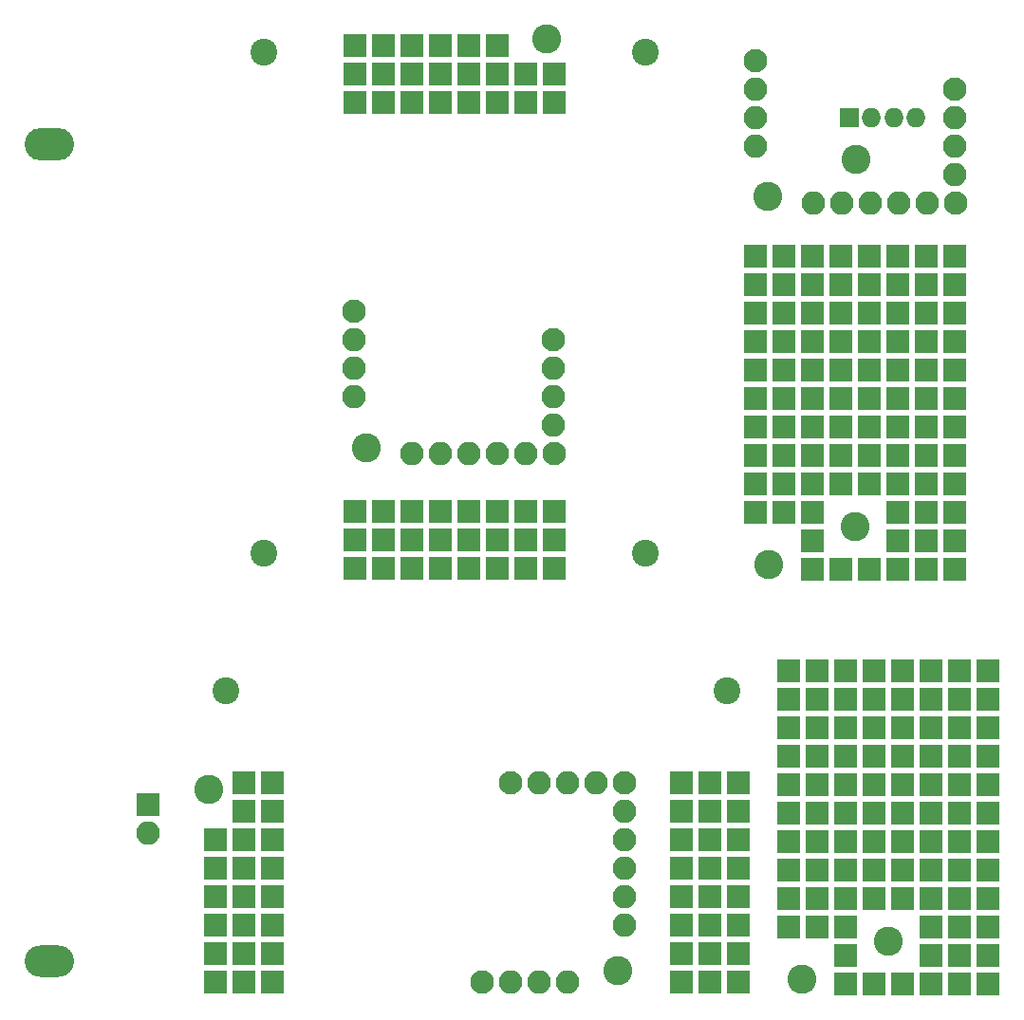
<source format=gbs>
%MOIN*%
%OFA0B0*%
%FSLAX46Y46*%
%IPPOS*%
%LPD*%
%ADD10C,0.0039370078740157488*%
%ADD11R,0.082677165354330714X0.082677165354330714*%
%ADD12C,0.10236220472440946*%
%ADD23C,0.0039370078740157488*%
%ADD24R,0.082677165354330714X0.082677165354330714*%
%ADD25C,0.10236220472440946*%
%ADD36C,0.0039370078740157488*%
%ADD37C,0.10236220472440946*%
%ADD38R,0.082677165354330714X0.082677165354330714*%
%ADD39C,0.082677165354330714*%
%ADD40O,0.082677165354330714X0.082677165354330714*%
%ADD41C,0.094488188976377951*%
%ADD52C,0.0039370078740157488*%
%ADD53C,0.10236220472440946*%
%ADD54R,0.082677165354330714X0.082677165354330714*%
%ADD55C,0.082677165354330714*%
%ADD56O,0.082677165354330714X0.082677165354330714*%
%ADD57C,0.094488188976377951*%
%ADD68C,0.0039370078740157488*%
%ADD69O,0.17322834645669294X0.11023622047244094*%
%ADD70O,0.17322834645669294X0.1141732283464567*%
%ADD71R,0.082677165354330714X0.082677165354330714*%
%ADD72O,0.082677165354330714X0.082677165354330714*%
%ADD83C,0.0039370078740157488*%
%ADD84C,0.082677165354330714*%
%ADD85O,0.082677165354330714X0.082677165354330714*%
%ADD86C,0.10236220472440946*%
%ADD87R,0.068897637795275593X0.068897637795275593*%
%ADD88O,0.068897637795275593X0.068897637795275593*%
%LPD*%
G01*
D10*
D11*
X-0002283464Y0006968503D02*
X0003566534Y0002618503D03*
X0003466535Y0002618503D03*
X0003566534Y0002518503D03*
X0003466535Y0002518503D03*
D12*
X0002913385Y0001535433D03*
X0003216535Y0001668503D03*
D11*
X0002866535Y0002618503D03*
X0002966535Y0002618503D03*
X0003066535Y0002618503D03*
X0003166534Y0002618503D03*
X0003266535Y0002618503D03*
X0003366535Y0002618503D03*
X0002866535Y0002518503D03*
X0002966535Y0002518503D03*
X0003066535Y0002518503D03*
X0003166534Y0002518503D03*
X0003266535Y0002518503D03*
X0003366535Y0002518503D03*
X0002866535Y0002418503D03*
X0002966535Y0002418503D03*
X0003066535Y0002418503D03*
X0003166534Y0002418503D03*
X0003266535Y0002418503D03*
X0003366535Y0002418503D03*
X0003466535Y0002418503D03*
X0003566534Y0002418503D03*
X0002866535Y0002318503D03*
X0002966535Y0002318503D03*
X0003066535Y0002318503D03*
X0003166534Y0002318503D03*
X0003266535Y0002318503D03*
X0003366535Y0002318503D03*
X0003466535Y0002318503D03*
X0003566534Y0002318503D03*
X0002866535Y0002218503D03*
X0002966535Y0002218503D03*
X0003066535Y0002218503D03*
X0003166534Y0002218503D03*
X0003266535Y0002218503D03*
X0003366535Y0002218503D03*
X0003466535Y0002218503D03*
X0003566534Y0002218503D03*
X0002866535Y0002118503D03*
X0002966535Y0002118503D03*
X0003066535Y0002118503D03*
X0003166534Y0002118503D03*
X0003266535Y0002118503D03*
X0003366535Y0002118503D03*
X0003466535Y0002118503D03*
X0003566534Y0002118503D03*
X0002866535Y0002018503D03*
X0002966535Y0002018503D03*
X0003066535Y0002018503D03*
X0003166534Y0002018503D03*
X0003266535Y0002018503D03*
X0003366535Y0002018503D03*
X0003466535Y0002018503D03*
X0003566534Y0002018503D03*
X0002866535Y0001918502D03*
X0002966535Y0001918502D03*
X0003066535Y0001918502D03*
X0003166534Y0001918502D03*
X0003266535Y0001918502D03*
X0003366535Y0001918502D03*
X0003466535Y0001918502D03*
X0003566534Y0001918502D03*
X0002866535Y0001818503D03*
X0002966535Y0001818503D03*
X0003066535Y0001818503D03*
X0003166534Y0001818503D03*
X0003266535Y0001818503D03*
X0003366535Y0001818503D03*
X0003466535Y0001818503D03*
X0003566534Y0001818503D03*
X0002866535Y0001718503D03*
X0002966535Y0001718503D03*
X0003066535Y0001718503D03*
X0003366535Y0001718503D03*
X0003466535Y0001718503D03*
X0003566534Y0001718503D03*
X0003066535Y0001618503D03*
X0003366535Y0001618503D03*
X0003466535Y0001618503D03*
X0003566534Y0001618503D03*
X0003066535Y0001518503D03*
X0003166534Y0001518503D03*
X0003266535Y0001518503D03*
X0003366535Y0001518503D03*
X0003466535Y0001518503D03*
X0003566534Y0001518503D03*
G01*
D23*
D24*
X-0002165354Y0005511811D02*
X0003684645Y0001161811D03*
X0003584645Y0001161811D03*
X0003684645Y0001061811D03*
X0003584645Y0001061811D03*
D25*
X0003031496Y0000078740D03*
X0003334645Y0000211810D03*
D24*
X0002984645Y0001161811D03*
X0003084645Y0001161811D03*
X0003184645Y0001161811D03*
X0003284645Y0001161811D03*
X0003384645Y0001161811D03*
X0003484645Y0001161811D03*
X0002984645Y0001061811D03*
X0003084645Y0001061811D03*
X0003184645Y0001061811D03*
X0003284645Y0001061811D03*
X0003384645Y0001061811D03*
X0003484645Y0001061811D03*
X0002984645Y0000961810D03*
X0003084645Y0000961810D03*
X0003184645Y0000961810D03*
X0003284645Y0000961810D03*
X0003384645Y0000961810D03*
X0003484645Y0000961810D03*
X0003584645Y0000961810D03*
X0003684645Y0000961810D03*
X0002984645Y0000861810D03*
X0003084645Y0000861810D03*
X0003184645Y0000861810D03*
X0003284645Y0000861810D03*
X0003384645Y0000861810D03*
X0003484645Y0000861810D03*
X0003584645Y0000861810D03*
X0003684645Y0000861810D03*
X0002984645Y0000761810D03*
X0003084645Y0000761810D03*
X0003184645Y0000761810D03*
X0003284645Y0000761810D03*
X0003384645Y0000761810D03*
X0003484645Y0000761810D03*
X0003584645Y0000761810D03*
X0003684645Y0000761810D03*
X0002984645Y0000661811D03*
X0003084645Y0000661811D03*
X0003184645Y0000661811D03*
X0003284645Y0000661811D03*
X0003384645Y0000661811D03*
X0003484645Y0000661811D03*
X0003584645Y0000661811D03*
X0003684645Y0000661811D03*
X0002984645Y0000561810D03*
X0003084645Y0000561810D03*
X0003184645Y0000561810D03*
X0003284645Y0000561810D03*
X0003384645Y0000561810D03*
X0003484645Y0000561810D03*
X0003584645Y0000561810D03*
X0003684645Y0000561810D03*
X0002984645Y0000461809D03*
X0003084645Y0000461809D03*
X0003184645Y0000461809D03*
X0003284645Y0000461809D03*
X0003384645Y0000461809D03*
X0003484645Y0000461809D03*
X0003584645Y0000461809D03*
X0003684645Y0000461809D03*
X0002984645Y0000361810D03*
X0003084645Y0000361810D03*
X0003184645Y0000361810D03*
X0003284645Y0000361810D03*
X0003384645Y0000361810D03*
X0003484645Y0000361810D03*
X0003584645Y0000361810D03*
X0003684645Y0000361810D03*
X0002984645Y0000261811D03*
X0003084645Y0000261811D03*
X0003184645Y0000261811D03*
X0003484645Y0000261811D03*
X0003584645Y0000261811D03*
X0003684645Y0000261811D03*
X0003184645Y0000161811D03*
X0003484645Y0000161811D03*
X0003584645Y0000161811D03*
X0003684645Y0000161811D03*
X0003184645Y0000061810D03*
X0003284645Y0000061810D03*
X0003384645Y0000061810D03*
X0003484645Y0000061810D03*
X0003584645Y0000061810D03*
X0003684645Y0000061810D03*
G04 next file*
%LPD*%
G01*
D36*
D37*
X-0002465984Y-0006660000D02*
X0000949015Y0000744999D03*
D38*
X0001171515Y0000069999D03*
X0001171515Y0000169999D03*
X0001171515Y0000269999D03*
X0001171515Y0000369999D03*
X0001171515Y0000469999D03*
X0001171515Y0000569999D03*
X0001171515Y0000669999D03*
X0001171515Y0000769999D03*
X0001071515Y0000069999D03*
X0001071515Y0000169999D03*
X0001071515Y0000269999D03*
X0001071515Y0000369999D03*
X0001071515Y0000469999D03*
X0001071515Y0000569999D03*
X0001071515Y0000669999D03*
X0001071515Y0000769999D03*
X0000971515Y0000069999D03*
X0000971515Y0000169999D03*
X0000971515Y0000269999D03*
X0000971515Y0000369999D03*
X0000971515Y0000469999D03*
X0000971515Y0000569999D03*
X0002609015Y0000069999D03*
X0002609015Y0000169999D03*
X0002609015Y0000269999D03*
X0002609015Y0000369999D03*
X0002609015Y0000469999D03*
X0002609015Y0000569999D03*
X0002609015Y0000669999D03*
X0002609015Y0000769999D03*
X0002709014Y0000069999D03*
X0002709014Y0000169999D03*
X0002709014Y0000269999D03*
X0002709014Y0000369999D03*
X0002709014Y0000469999D03*
X0002709014Y0000569999D03*
X0002709014Y0000669999D03*
X0002709014Y0000769999D03*
X0002809015Y0000069999D03*
X0002809015Y0000169999D03*
X0002809015Y0000269999D03*
X0002809015Y0000369999D03*
X0002809015Y0000469999D03*
X0002809015Y0000569999D03*
X0002809015Y0000669999D03*
X0002809015Y0000769999D03*
D39*
X0001906515Y0000067499D03*
D40*
X0002006514Y0000067499D03*
X0002106515Y0000067499D03*
X0002206515Y0000067499D03*
D39*
X0002006514Y0000767499D03*
D40*
X0002106515Y0000767499D03*
X0002206515Y0000767499D03*
X0002306515Y0000767499D03*
D39*
X0002406515Y0000769999D03*
D40*
X0002406515Y0000669999D03*
X0002406515Y0000569999D03*
X0002406515Y0000469999D03*
X0002406515Y0000369999D03*
X0002406515Y0000269999D03*
D37*
X0002384015Y0000109999D03*
D41*
X0001009093Y0001092499D03*
X0002768936Y0001092499D03*
G01*
D52*
D53*
X-0005269920Y0006796692D02*
X0002135079Y0003381692D03*
D54*
X0001460079Y0003159192D03*
X0001560079Y0003159192D03*
X0001660079Y0003159192D03*
X0001760079Y0003159192D03*
X0001860079Y0003159192D03*
X0001960079Y0003159192D03*
X0002060079Y0003159192D03*
X0002160079Y0003159192D03*
X0001460079Y0003259192D03*
X0001560079Y0003259192D03*
X0001660079Y0003259192D03*
X0001760079Y0003259192D03*
X0001860079Y0003259192D03*
X0001960079Y0003259192D03*
X0002060079Y0003259192D03*
X0002160079Y0003259192D03*
X0001460079Y0003359192D03*
X0001560079Y0003359192D03*
X0001660079Y0003359192D03*
X0001760079Y0003359192D03*
X0001860079Y0003359192D03*
X0001960079Y0003359192D03*
X0001460079Y0001721692D03*
X0001560079Y0001721692D03*
X0001660079Y0001721692D03*
X0001760079Y0001721692D03*
X0001860079Y0001721692D03*
X0001960079Y0001721692D03*
X0002060079Y0001721692D03*
X0002160079Y0001721692D03*
X0001460079Y0001621692D03*
X0001560079Y0001621692D03*
X0001660079Y0001621692D03*
X0001760079Y0001621692D03*
X0001860079Y0001621692D03*
X0001960079Y0001621692D03*
X0002060079Y0001621692D03*
X0002160079Y0001621692D03*
X0001460079Y0001521692D03*
X0001560079Y0001521692D03*
X0001660079Y0001521692D03*
X0001760079Y0001521692D03*
X0001860079Y0001521692D03*
X0001960079Y0001521692D03*
X0002060079Y0001521692D03*
X0002160079Y0001521692D03*
D55*
X0001457579Y0002424192D03*
D56*
X0001457579Y0002324192D03*
X0001457579Y0002224192D03*
X0001457579Y0002124192D03*
D55*
X0002157579Y0002324192D03*
D56*
X0002157579Y0002224192D03*
X0002157579Y0002124192D03*
X0002157579Y0002024192D03*
D55*
X0002160079Y0001924192D03*
D56*
X0002060079Y0001924192D03*
X0001960079Y0001924192D03*
X0001860079Y0001924192D03*
X0001760079Y0001924192D03*
X0001660079Y0001924192D03*
D53*
X0001500079Y0001946692D03*
D57*
X0002480079Y0003336614D03*
X0002480079Y0001576771D03*
X0001140079Y0001576771D03*
X0001140079Y0003336614D03*
G04 next file*
G01*
D68*
D69*
X-0006692913Y0004921259D02*
X0000387086Y0000141220D03*
D70*
X0000387086Y0003011299D03*
D71*
X0000734586Y0000691259D03*
D72*
X0000734586Y0000591259D03*
G04 next file*
G04 #@! TF.FileFunction,Soldermask,Bot*
G04 Gerber Fmt 4.6, Leading zero omitted, Abs format (unit mm)*
G04 Created by KiCad (PCBNEW 4.0.2-stable) date 05.07.2017 20:47:00*
G01*
G04 APERTURE LIST*
G04 APERTURE END LIST*
D83*
D84*
X-0003858267Y0007677164D02*
X0002869232Y0003304665D03*
D85*
X0002869232Y0003204665D03*
X0002869232Y0003104665D03*
X0002869232Y0003004665D03*
D84*
X0003569232Y0003204665D03*
D85*
X0003569232Y0003104665D03*
X0003569232Y0003004665D03*
X0003569232Y0002904665D03*
D84*
X0003571732Y0002804665D03*
D85*
X0003471732Y0002804665D03*
X0003371732Y0002804665D03*
X0003271731Y0002804665D03*
X0003171732Y0002804665D03*
X0003071732Y0002804665D03*
D86*
X0002911732Y0002827165D03*
X0003221732Y0002957165D03*
D87*
X0003196732Y0003104665D03*
D88*
X0003275472Y0003104665D03*
X0003354212Y0003104665D03*
X0003432952Y0003104665D03*
M02*
</source>
